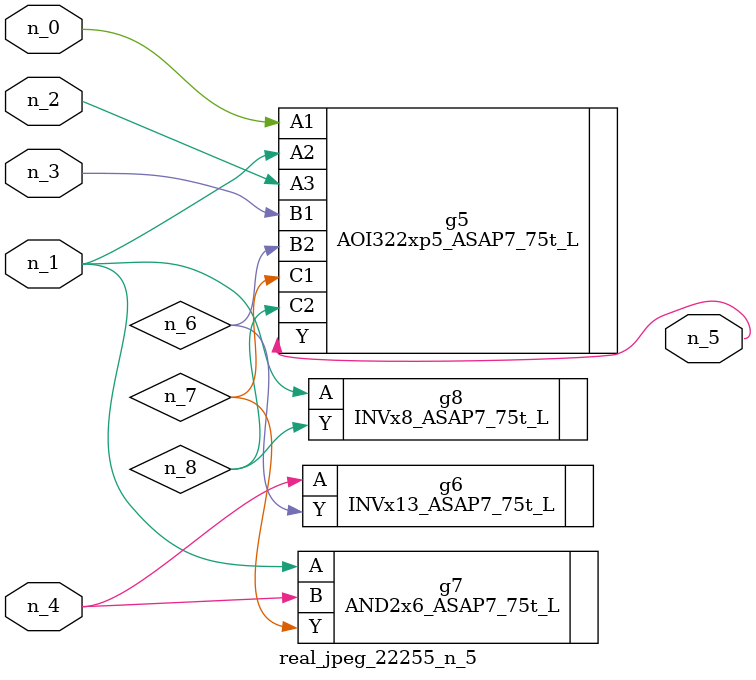
<source format=v>
module real_jpeg_22255_n_5 (n_4, n_0, n_1, n_2, n_3, n_5);

input n_4;
input n_0;
input n_1;
input n_2;
input n_3;

output n_5;

wire n_8;
wire n_6;
wire n_7;

AOI322xp5_ASAP7_75t_L g5 ( 
.A1(n_0),
.A2(n_1),
.A3(n_2),
.B1(n_3),
.B2(n_6),
.C1(n_7),
.C2(n_8),
.Y(n_5)
);

AND2x6_ASAP7_75t_L g7 ( 
.A(n_1),
.B(n_4),
.Y(n_7)
);

INVx8_ASAP7_75t_L g8 ( 
.A(n_1),
.Y(n_8)
);

INVx13_ASAP7_75t_L g6 ( 
.A(n_4),
.Y(n_6)
);


endmodule
</source>
